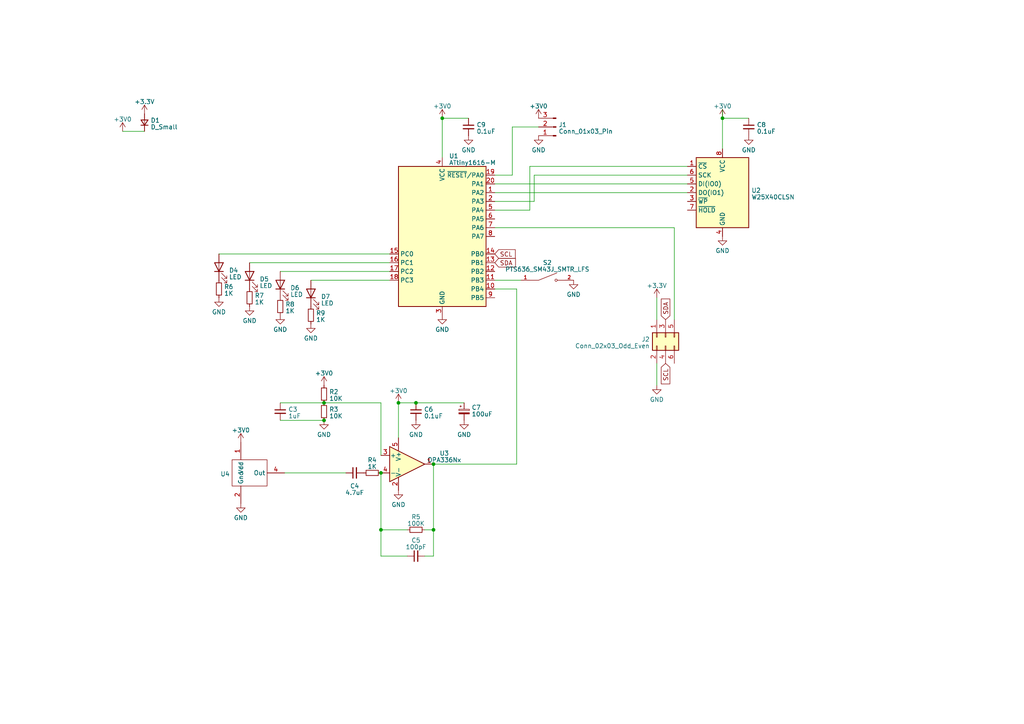
<source format=kicad_sch>
(kicad_sch (version 20230121) (generator eeschema)
  (paper "A4")
  (lib_symbols
    (symbol "Amplifier_Operational:OPA336Nx" (pin_names (offset 0.127))
      (property "Reference" "U" (at -1.27 6.35 0))
      (property "Value" "OPA336Nx" (at -1.27 3.81 0))
      (symbol "OPA336Nx_0_1"
        (polyline (pts (xy -5.08 5.08) (xy 5.08 0) (xy -5.08 -5.08) (xy -5.08 5.08)) (stroke (width 0.254)) (fill (type background)))
        (pin power_in line (at -2.54 -7.62 90) (length 3.81) (name "V-") (number "2"))
        (pin power_in line (at -2.54 7.62 270) (length 3.81) (name "V+") (number "5"))
      )
      (symbol "OPA336Nx_1_1"
        (pin output line (at 7.62 0 180) (length 2.54) (name "~") (number "1"))
        (pin input line (at -7.62 2.54 0) (length 2.54) (name "+") (number "3"))
        (pin input line (at -7.62 -2.54 0) (length 2.54) (name "-") (number "4"))
      )
    )
    (symbol "Connector:Conn_01x03_Pin" (pin_names (offset 1.016) hide)
      (property "Reference" "J" (at 0 5.08 0))
      (property "Value" "Conn_01x03_Pin" (at 0 -5.08 0))
      (symbol "Conn_01x03_Pin_1_1"
        (polyline (pts (xy 1.27 -2.54) (xy 0.8636 -2.54)) (stroke (width 0.1524)))
        (polyline (pts (xy 1.27 0) (xy 0.8636 0)) (stroke (width 0.1524)))
        (polyline (pts (xy 1.27 2.54) (xy 0.8636 2.54)) (stroke (width 0.1524)))
        (rectangle (start 0.8636 -2.413) (end 0 -2.667) (stroke (width 0.1524)) (fill (type outline)))
        (rectangle (start 0.8636 0.127) (end 0 -0.127) (stroke (width 0.1524)) (fill (type outline)))
        (rectangle (start 0.8636 2.667) (end 0 2.413) (stroke (width 0.1524)) (fill (type outline)))
        (pin passive line (at 5.08 2.54 180) (length 3.81) (name "Pin_1") (number "1"))
        (pin passive line (at 5.08 0 180) (length 3.81) (name "Pin_2") (number "2"))
        (pin passive line (at 5.08 -2.54 180) (length 3.81) (name "Pin_3") (number "3"))
      )
    )
    (symbol "Connector_Generic:Conn_02x03_Odd_Even" (pin_names (offset 1.016) hide)
      (property "Reference" "J" (at 1.27 5.08 0))
      (property "Value" "Conn_02x03_Odd_Even" (at 1.27 -5.08 0))
      (symbol "Conn_02x03_Odd_Even_1_1"
        (rectangle (start -1.27 -2.413) (end 0 -2.667) (stroke (width 0.1524)))
        (rectangle (start -1.27 0.127) (end 0 -0.127) (stroke (width 0.1524)))
        (rectangle (start -1.27 2.667) (end 0 2.413) (stroke (width 0.1524)))
        (rectangle (start -1.27 3.81) (end 3.81 -3.81) (stroke (width 0.254)) (fill (type background)))
        (rectangle (start 3.81 -2.413) (end 2.54 -2.667) (stroke (width 0.1524)))
        (rectangle (start 3.81 0.127) (end 2.54 -0.127) (stroke (width 0.1524)))
        (rectangle (start 3.81 2.667) (end 2.54 2.413) (stroke (width 0.1524)))
        (pin passive line (at -5.08 2.54 0) (length 3.81) (name "Pin_1") (number "1"))
        (pin passive line (at 7.62 2.54 180) (length 3.81) (name "Pin_2") (number "2"))
        (pin passive line (at -5.08 0 0) (length 3.81) (name "Pin_3") (number "3"))
        (pin passive line (at 7.62 0 180) (length 3.81) (name "Pin_4") (number "4"))
        (pin passive line (at -5.08 -2.54 0) (length 3.81) (name "Pin_5") (number "5"))
        (pin passive line (at 7.62 -2.54 180) (length 3.81) (name "Pin_6") (number "6"))
      )
    )
    (symbol "Device:C_Polarized_Small" (pin_numbers hide) (pin_names (offset 0.254) hide)
      (property "Reference" "C" (at 0.254 1.778 0))
      (property "Value" "C_Polarized_Small" (at 0.254 -2.032 0))
      (symbol "C_Polarized_Small_0_1"
        (rectangle (start -1.524 -0.3048) (end 1.524 -0.6858) (fill (type outline)))
        (rectangle (start -1.524 0.6858) (end 1.524 0.3048))
        (polyline (pts (xy -1.27 1.524) (xy -0.762 1.524)))
        (polyline (pts (xy -1.016 1.27) (xy -1.016 1.778)))
      )
      (symbol "C_Polarized_Small_1_1"
        (pin passive line (at 0 2.54 270) (length 1.8542) (name "~") (number "1"))
        (pin passive line (at 0 -2.54 90) (length 1.8542) (name "~") (number "2"))
      )
    )
    (symbol "Device:C_Small" (pin_numbers hide) (pin_names (offset 0.254) hide)
      (property "Reference" "C" (at 0.254 1.778 0))
      (property "Value" "C_Small" (at 0.254 -2.032 0))
      (symbol "C_Small_0_1"
        (polyline (pts (xy -1.524 -0.508) (xy 1.524 -0.508)) (stroke (width 0.3302)))
        (polyline (pts (xy -1.524 0.508) (xy 1.524 0.508)) (stroke (width 0.3048)))
      )
      (symbol "C_Small_1_1"
        (pin passive line (at 0 2.54 270) (length 2.032) (name "~") (number "1"))
        (pin passive line (at 0 -2.54 90) (length 2.032) (name "~") (number "2"))
      )
    )
    (symbol "Device:D_Small" (pin_numbers hide) (pin_names (offset 0.254) hide)
      (property "Reference" "D" (at -1.27 2.032 0))
      (property "Value" "D_Small" (at -3.81 -2.032 0))
      (symbol "D_Small_0_1"
        (polyline (pts (xy -0.762 -1.016) (xy -0.762 1.016)) (stroke (width 0.254)))
        (polyline (pts (xy -0.762 0) (xy 0.762 0)))
        (polyline (pts (xy 0.762 -1.016) (xy -0.762 0) (xy 0.762 1.016) (xy 0.762 -1.016)) (stroke (width 0.254)))
      )
      (symbol "D_Small_1_1"
        (pin passive line (at -2.54 0 0) (length 1.778) (name "K") (number "1"))
        (pin passive line (at 2.54 0 180) (length 1.778) (name "A") (number "2"))
      )
    )
    (symbol "Device:LED" (pin_numbers hide) (pin_names (offset 1.016) hide)
      (property "Reference" "D" (at 0 2.54 0))
      (property "Value" "LED" (at 0 -2.54 0))
      (symbol "LED_0_1"
        (polyline (pts (xy -1.27 -1.27) (xy -1.27 1.27)) (stroke (width 0.254)))
        (polyline (pts (xy -1.27 0) (xy 1.27 0)))
        (polyline (pts (xy 1.27 -1.27) (xy 1.27 1.27) (xy -1.27 0) (xy 1.27 -1.27)) (stroke (width 0.254)))
        (polyline (pts (xy -3.048 -0.762) (xy -4.572 -2.286) (xy -3.81 -2.286) (xy -4.572 -2.286) (xy -4.572 -1.524)))
        (polyline (pts (xy -1.778 -0.762) (xy -3.302 -2.286) (xy -2.54 -2.286) (xy -3.302 -2.286) (xy -3.302 -1.524)))
      )
      (symbol "LED_1_1"
        (pin passive line (at -3.81 0 0) (length 2.54) (name "K") (number "1"))
        (pin passive line (at 3.81 0 180) (length 2.54) (name "A") (number "2"))
      )
    )
    (symbol "Device:R_Small" (pin_numbers hide) (pin_names (offset 0.254) hide)
      (property "Reference" "R" (at 0.762 0.508 0))
      (property "Value" "R_Small" (at 0.762 -1.016 0))
      (symbol "R_Small_0_1"
        (rectangle (start -0.762 1.778) (end 0.762 -1.778) (stroke (width 0.2032)))
      )
      (symbol "R_Small_1_1"
        (pin passive line (at 0 2.54 270) (length 0.762) (name "~") (number "1"))
        (pin passive line (at 0 -2.54 90) (length 0.762) (name "~") (number "2"))
      )
    )
    (symbol "MCU_Microchip_ATtiny:ATtiny1616-M"
      (property "Reference" "U" (at -12.7 21.59 0))
      (property "Value" "ATtiny1616-M" (at 2.54 -21.59 0))
      (symbol "ATtiny1616-M_0_1"
        (rectangle (start -12.7 -20.32) (end 12.7 20.32) (stroke (width 0.254)) (fill (type background)))
      )
      (symbol "ATtiny1616-M_1_1"
        (pin bidirectional line (at 15.24 12.7 180) (length 2.54) (name "PA2") (number "1"))
        (pin bidirectional line (at 15.24 -15.24 180) (length 2.54) (name "PB4") (number "10"))
        (pin bidirectional line (at 15.24 -12.7 180) (length 2.54) (name "PB3") (number "11"))
        (pin bidirectional line (at 15.24 -10.16 180) (length 2.54) (name "PB2") (number "12"))
        (pin bidirectional line (at 15.24 -7.62 180) (length 2.54) (name "PB1") (number "13"))
        (pin bidirectional line (at 15.24 -5.08 180) (length 2.54) (name "PB0") (number "14"))
        (pin bidirectional line (at -15.24 -5.08 0) (length 2.54) (name "PC0") (number "15"))
        (pin bidirectional line (at -15.24 -7.62 0) (length 2.54) (name "PC1") (number "16"))
        (pin bidirectional line (at -15.24 -10.16 0) (length 2.54) (name "PC2") (number "17"))
        (pin bidirectional line (at -15.24 -12.7 0) (length 2.54) (name "PC3") (number "18"))
        (pin bidirectional line (at 15.24 17.78 180) (length 2.54) (name "~{RESET}/PA0") (number "19"))
        (pin bidirectional line (at 15.24 10.16 180) (length 2.54) (name "PA3") (number "2"))
        (pin bidirectional line (at 15.24 15.24 180) (length 2.54) (name "PA1") (number "20"))
        (pin passive line (at 0 -22.86 90) (length 2.54) hide (name "GND") (number "21"))
        (pin power_in line (at 0 -22.86 90) (length 2.54) (name "GND") (number "3"))
        (pin power_in line (at 0 22.86 270) (length 2.54) (name "VCC") (number "4"))
        (pin bidirectional line (at 15.24 7.62 180) (length 2.54) (name "PA4") (number "5"))
        (pin bidirectional line (at 15.24 5.08 180) (length 2.54) (name "PA5") (number "6"))
        (pin bidirectional line (at 15.24 2.54 180) (length 2.54) (name "PA6") (number "7"))
        (pin bidirectional line (at 15.24 0 180) (length 2.54) (name "PA7") (number "8"))
        (pin bidirectional line (at 15.24 -17.78 180) (length 2.54) (name "PB5") (number "9"))
      )
    )
    (symbol "Memory_Flash:W25X40CLSN"
      (property "Reference" "U" (at -7.62 10.16 0))
      (property "Value" "W25X40CLSN" (at 2.54 10.16 0))
      (symbol "W25X40CLSN_0_1"
        (rectangle (start -7.62 10.16) (end 7.62 -10.16) (stroke (width 0.254)) (fill (type background)))
      )
      (symbol "W25X40CLSN_1_1"
        (pin input line (at -10.16 7.62 0) (length 2.54) (name "~{CS}") (number "1"))
        (pin bidirectional line (at -10.16 0 0) (length 2.54) (name "DO(IO1)") (number "2"))
        (pin bidirectional line (at -10.16 -2.54 0) (length 2.54) (name "~{WP}") (number "3"))
        (pin power_in line (at 0 -12.7 90) (length 2.54) (name "GND") (number "4"))
        (pin bidirectional line (at -10.16 2.54 0) (length 2.54) (name "DI(IO0)") (number "5"))
        (pin input line (at -10.16 5.08 0) (length 2.54) (name "SCK") (number "6"))
        (pin bidirectional line (at -10.16 -5.08 0) (length 2.54) (name "~{HOLD}") (number "7"))
        (pin power_in line (at 0 12.7 270) (length 2.54) (name "VCC") (number "8"))
      )
    )
    (symbol "NSM2402AT-LL:NSM2402AT-LL"
      (property "Reference" "U" (at -6.35 0 0))
      (symbol "NSM2402AT-LL_0_1"
        (rectangle (start -5.08 3.81) (end 5.08 -3.81))
      )
      (symbol "NSM2402AT-LL_1_1"
        (pin power_in line (at -2.54 8.89 270) (length 5.08) (name "Vdd") (number "1"))
        (pin power_in line (at -2.54 -8.89 90) (length 5.08) (name "Gnd") (number "2"))
        (pin power_in line (at -2.54 -8.89 90) (length 5.08) hide (name "Gnd") (number "3"))
        (pin output line (at 10.16 0 180) (length 5.08) (name "Out") (number "4"))
      )
    )
    (symbol "TS-1101-C-W:PTS636_SM43J_SMTR_LFS" (pin_names (offset 1.016) hide)
      (property "Reference" "S" (at -2.54 2.54 0))
      (property "Value" "PTS636_SM43J_SMTR_LFS" (at -2.54 -2.54 0))
      (symbol "PTS636_SM43J_SMTR_LFS_0_0"
        (polyline (pts (xy -2.54 0) (xy -5.08 0)) (stroke (width 0.1524)))
        (polyline (pts (xy -2.54 0) (xy 2.794 2.1336)) (stroke (width 0.1524)))
        (polyline (pts (xy 5.08 0) (xy 2.921 0)) (stroke (width 0.1524)))
        (circle (center 2.54 0) (radius 0.3302) (stroke (width 0.1524)))
        (pin passive line (at -7.62 0 0) (length 2.54) (name "~") (number "1"))
        (pin passive line (at 7.62 0 180) (length 2.54) (name "~") (number "2"))
      )
    )
    (symbol "power:+3.3V" (power) (pin_names (offset 0))
      (property "Value" "+3.3V" (at 0 3.556 0))
      (symbol "+3.3V_0_1"
        (polyline (pts (xy -0.762 1.27) (xy 0 2.54)))
        (polyline (pts (xy 0 0) (xy 0 2.54)))
        (polyline (pts (xy 0 2.54) (xy 0.762 1.27)))
      )
      (symbol "+3.3V_1_1"
        (pin power_in line (at 0 0 90) (length 0) hide (name "+3.3V") (number "1"))
      )
    )
    (symbol "power:+3V0" (power) (pin_names (offset 0))
      (property "Value" "+3V0" (at 0 3.556 0))
      (symbol "+3V0_0_1"
        (polyline (pts (xy -0.762 1.27) (xy 0 2.54)))
        (polyline (pts (xy 0 0) (xy 0 2.54)))
        (polyline (pts (xy 0 2.54) (xy 0.762 1.27)))
      )
      (symbol "+3V0_1_1"
        (pin power_in line (at 0 0 90) (length 0) hide (name "+3V0") (number "1"))
      )
    )
    (symbol "power:GND" (power) (pin_names (offset 0))
      (property "Value" "GND" (at 0 -3.81 0))
      (symbol "GND_0_1"
        (polyline (pts (xy 0 0) (xy 0 -1.27) (xy 1.27 -1.27) (xy 0 -2.54) (xy -1.27 -1.27) (xy 0 -1.27)))
      )
      (symbol "GND_1_1"
        (pin power_in line (at 0 0 270) (length 0) hide (name "GND") (number "1"))
      )
    )
  )
  (junction (at 120.65 116.84))
  (junction (at 110.49 137.16))
  (junction (at 110.49 153.67))
  (junction (at 209.55 34.29))
  (junction (at 93.98 116.84))
  (junction (at 115.57 116.84))
  (junction (at 128.27 34.29))
  (junction (at 125.73 153.67))
  (junction (at 125.73 134.62))
  (junction (at 93.98 121.92))
  (wire (pts (xy 128.27 34.29) (xy 135.89 34.29)))
  (wire (pts (xy 148.59 50.8) (xy 148.59 36.83)))
  (wire (pts (xy 81.28 121.92) (xy 93.98 121.92)))
  (wire (pts (xy 125.73 153.67) (xy 123.19 153.67)))
  (wire (pts (xy 110.49 116.84) (xy 110.49 132.08)))
  (wire (pts (xy 115.57 116.84) (xy 115.57 127)))
  (wire (pts (xy 143.51 60.96) (xy 153.67 60.96)))
  (wire (pts (xy 35.56 38.1) (xy 41.91 38.1)))
  (wire (pts (xy 154.94 58.42) (xy 154.94 50.8)))
  (wire (pts (xy 93.98 116.84) (xy 110.49 116.84)))
  (wire (pts (xy 143.51 81.28) (xy 151.13 81.28)))
  (wire (pts (xy 153.67 48.26) (xy 199.39 48.26)))
  (wire (pts (xy 81.28 78.74) (xy 113.03 78.74)))
  (wire (pts (xy 123.19 161.29) (xy 125.73 161.29)))
  (wire (pts (xy 115.57 116.84) (xy 120.65 116.84)))
  (wire (pts (xy 125.73 134.62) (xy 149.86 134.62)))
  (wire (pts (xy 110.49 161.29) (xy 110.49 153.67)))
  (wire (pts (xy 82.55 137.16) (xy 100.33 137.16)))
  (wire (pts (xy 125.73 134.62) (xy 125.73 153.67)))
  (wire (pts (xy 128.27 34.29) (xy 128.27 45.72)))
  (wire (pts (xy 154.94 50.8) (xy 199.39 50.8)))
  (wire (pts (xy 143.51 58.42) (xy 154.94 58.42)))
  (wire (pts (xy 195.58 66.04) (xy 195.58 92.71)))
  (wire (pts (xy 120.65 116.84) (xy 134.62 116.84)))
  (wire (pts (xy 148.59 36.83) (xy 156.21 36.83)))
  (wire (pts (xy 63.5 73.66) (xy 113.03 73.66)))
  (wire (pts (xy 72.39 76.2) (xy 113.03 76.2)))
  (wire (pts (xy 81.28 116.84) (xy 93.98 116.84)))
  (wire (pts (xy 209.55 34.29) (xy 209.55 43.18)))
  (wire (pts (xy 209.55 34.29) (xy 217.17 34.29)))
  (wire (pts (xy 110.49 137.16) (xy 110.49 153.67)))
  (wire (pts (xy 153.67 60.96) (xy 153.67 48.26)))
  (wire (pts (xy 90.17 81.28) (xy 113.03 81.28)))
  (wire (pts (xy 143.51 83.82) (xy 149.86 83.82)))
  (wire (pts (xy 125.73 161.29) (xy 125.73 153.67)))
  (wire (pts (xy 190.5 105.41) (xy 190.5 111.76)))
  (wire (pts (xy 209.55 31.75) (xy 209.55 34.29)))
  (wire (pts (xy 149.86 83.82) (xy 149.86 134.62)))
  (wire (pts (xy 190.5 86.36) (xy 190.5 92.71)))
  (wire (pts (xy 143.51 66.04) (xy 195.58 66.04)))
  (wire (pts (xy 143.51 53.34) (xy 199.39 53.34)))
  (wire (pts (xy 110.49 153.67) (xy 118.11 153.67)))
  (wire (pts (xy 143.51 55.88) (xy 199.39 55.88)))
  (wire (pts (xy 118.11 161.29) (xy 110.49 161.29)))
  (wire (pts (xy 143.51 50.8) (xy 148.59 50.8)))
  (global_label "SCL" (shape input) (at 193.04 105.41 270) (property "Intersheetrefs" "${INTERSHEET_REFS}" (effects hide)))
  (global_label "SDA" (shape input) (at 193.04 92.71 90) (property "Intersheetrefs" "${INTERSHEET_REFS}" (effects hide)))
  (global_label "SCL" (shape input) (at 143.51 73.66 0) (property "Intersheetrefs" "${INTERSHEET_REFS}" (effects hide)))
  (global_label "SDA" (shape input) (at 143.51 76.2 0) (property "Intersheetrefs" "${INTERSHEET_REFS}" (effects hide)))
  (symbol (lib_id "power:GND") (at 166.37 81.28 0) (unit 1)
    (property "Reference" "#PWR023" (effects hide))
    (property "Value" "GND" (at 166.37 85.4155 0))
  )
  (symbol (lib_id "Connector:Conn_01x03_Pin") (at 161.29 36.83 180) (unit 1)
    (property "Reference" "J1" (at 162.0012 36.1863 0) (effects (justify right)))
    (property "Value" "Conn_01x03_Pin" (at 162.0012 38.1073 0) (effects (justify right)))
    (property "Footprint" "Jumper:SolderJumper-3_P1.3mm_Open_RoundedPad1.0x1.5mm" (effects hide))
  )
  (symbol (lib_id "Device:R_Small") (at 81.28 88.9 0) (unit 1)
    (property "Reference" "R8" (at 82.7786 88.2563 0) (effects (justify left)))
    (property "Value" "1K" (at 82.7786 90.1773 0) (effects (justify left)))
    (property "Footprint" "Resistor_SMD:R_0603_1608Metric" (effects hide))
  )
  (symbol (lib_id "power:GND") (at 156.21 39.37 0) (unit 1)
    (property "Reference" "#PWR017" (effects hide))
    (property "Value" "GND" (at 156.21 43.5055 0))
  )
  (symbol (lib_id "power:GND") (at 90.17 93.98 0) (unit 1)
    (property "Reference" "#PWR028" (effects hide))
    (property "Value" "GND" (at 90.17 98.1155 0))
  )
  (symbol (lib_id "TS-1101-C-W:PTS636_SM43J_SMTR_LFS") (at 158.75 81.28 0) (unit 1)
    (property "Reference" "S2" (at 158.75 76.1873 0))
    (property "Value" "PTS636_SM43J_SMTR_LFS" (at 158.75 78.1083 0))
    (property "Footprint" "TS-1101-C-W:SW_PTS636_SM43J_SMTR_LFS" (effects hide))
    (property "MAXIMUM_PACKAGE_HEIGHT" "4.3 mm" (effects hide))
    (property "STANDARD" "Manufacturer Recommendations" (effects hide))
    (property "PARTREV" "27 mar 19" (effects hide))
    (property "MANUFACTURER" "C&K" (effects hide))
  )
  (symbol (lib_id "power:GND") (at 217.17 39.37 0) (unit 1)
    (property "Reference" "#PWR015" (effects hide))
    (property "Value" "GND" (at 217.17 43.5055 0))
  )
  (symbol (lib_id "Device:C_Small") (at 120.65 119.38 0) (unit 1)
    (property "Reference" "C6" (at 122.9741 118.7426 0) (effects (justify left)))
    (property "Value" "0.1uF" (at 122.9741 120.6636 0) (effects (justify left)))
    (property "Footprint" "Capacitor_SMD:C_0603_1608Metric" (effects hide))
  )
  (symbol (lib_id "power:+3.3V") (at 190.5 86.36 0) (unit 1)
    (property "Reference" "#PWR020" (effects hide))
    (property "Value" "+3.3V" (at 190.5 82.8581 0))
  )
  (symbol (lib_id "Device:LED") (at 63.5 77.47 90) (unit 1)
    (property "Reference" "D4" (at 66.421 78.4138 90) (effects (justify right)))
    (property "Value" "LED" (at 66.421 80.3348 90) (effects (justify right)))
    (property "Footprint" "LED_SMD:LED_0603_1608Metric" (effects hide))
  )
  (symbol (lib_id "power:GND") (at 93.98 121.92 0) (unit 1)
    (property "Reference" "#PWR06" (effects hide))
    (property "Value" "GND" (at 93.98 126.0555 0))
  )
  (symbol (lib_id "power:+3V0") (at 35.56 38.1 0) (unit 1)
    (property "Reference" "#PWR012" (effects hide))
    (property "Value" "+3V0" (at 35.56 34.5981 0))
  )
  (symbol (lib_id "power:GND") (at 134.62 121.92 0) (unit 1)
    (property "Reference" "#PWR09" (effects hide))
    (property "Value" "GND" (at 134.62 126.0555 0))
  )
  (symbol (lib_id "power:+3V0") (at 209.55 34.29 0) (unit 1)
    (property "Reference" "#PWR014" (effects hide))
    (property "Value" "+3V0" (at 209.55 30.7881 0))
  )
  (symbol (lib_id "NSM2402AT-LL:NSM2402AT-LL") (at 72.39 137.16 0) (unit 1)
    (property "Reference" "U4" (at 66.675 137.4768 0) (effects (justify right)))
    (property "Value" "~" (at 69.85 135.89 0))
    (property "Footprint" "NSM2402AT-LL:NSM2402AT" (effects hide))
  )
  (symbol (lib_id "Device:R_Small") (at 93.98 114.3 0) (unit 1)
    (property "Reference" "R2" (at 95.4786 113.6563 0) (effects (justify left)))
    (property "Value" "10K" (at 95.4786 115.5773 0) (effects (justify left)))
    (property "Footprint" "Resistor_SMD:R_0603_1608Metric" (effects hide))
  )
  (symbol (lib_id "power:GND") (at 209.55 68.58 0) (unit 1)
    (property "Reference" "#PWR019" (effects hide))
    (property "Value" "GND" (at 209.55 72.7155 0))
  )
  (symbol (lib_id "power:GND") (at 135.89 39.37 0) (unit 1)
    (property "Reference" "#PWR016" (effects hide))
    (property "Value" "GND" (at 135.89 43.5055 0))
  )
  (symbol (lib_id "Device:LED") (at 90.17 85.09 90) (unit 1)
    (property "Reference" "D7" (at 93.091 86.0338 90) (effects (justify right)))
    (property "Value" "LED" (at 93.091 87.9548 90) (effects (justify right)))
    (property "Footprint" "LED_SMD:LED_0603_1608Metric" (effects hide))
  )
  (symbol (lib_id "Device:R_Small") (at 93.98 119.38 0) (unit 1)
    (property "Reference" "R3" (at 95.4786 118.7363 0) (effects (justify left)))
    (property "Value" "10K" (at 95.4786 120.6573 0) (effects (justify left)))
    (property "Footprint" "Resistor_SMD:R_0603_1608Metric" (effects hide))
  )
  (symbol (lib_id "power:GND") (at 72.39 88.9 0) (unit 1)
    (property "Reference" "#PWR026" (effects hide))
    (property "Value" "GND" (at 72.39 93.0355 0))
  )
  (symbol (lib_id "Device:LED") (at 81.28 82.55 90) (unit 1)
    (property "Reference" "D6" (at 84.201 83.4938 90) (effects (justify right)))
    (property "Value" "LED" (at 84.201 85.4148 90) (effects (justify right)))
    (property "Footprint" "LED_SMD:LED_0603_1608Metric" (effects hide))
  )
  (symbol (lib_id "Device:C_Polarized_Small") (at 134.62 119.38 0) (unit 1)
    (property "Reference" "C7" (at 136.779 118.1902 0) (effects (justify left)))
    (property "Value" "100uF" (at 136.779 120.1112 0) (effects (justify left)))
    (property "Footprint" "Capacitor_Tantalum_SMD:CP_EIA-3528-12_Kemet-T" (effects hide))
  )
  (symbol (lib_id "Device:R_Small") (at 72.39 86.36 0) (unit 1)
    (property "Reference" "R7" (at 73.8886 85.7163 0) (effects (justify left)))
    (property "Value" "1K" (at 73.8886 87.6373 0) (effects (justify left)))
    (property "Footprint" "Resistor_SMD:R_0603_1608Metric" (effects hide))
  )
  (symbol (lib_id "Device:C_Small") (at 135.89 36.83 0) (unit 1)
    (property "Reference" "C9" (at 138.2141 36.1926 0) (effects (justify left)))
    (property "Value" "0.1uF" (at 138.2141 38.1136 0) (effects (justify left)))
    (property "Footprint" "Capacitor_SMD:C_0603_1608Metric" (effects hide))
  )
  (symbol (lib_id "power:GND") (at 81.28 91.44 0) (unit 1)
    (property "Reference" "#PWR027" (effects hide))
    (property "Value" "GND" (at 81.28 95.5755 0))
  )
  (symbol (lib_id "Device:R_Small") (at 107.95 137.16 90) (unit 1)
    (property "Reference" "R4" (at 107.95 133.4135 90))
    (property "Value" "1K" (at 107.95 135.3345 90))
    (property "Footprint" "Resistor_SMD:R_0603_1608Metric" (effects hide))
  )
  (symbol (lib_id "Connector_Generic:Conn_02x03_Odd_Even") (at 193.04 97.79 90) (mirror x) (unit 1)
    (property "Reference" "J2" (at 188.468 98.4163 90) (effects (justify left)))
    (property "Value" "Conn_02x03_Odd_Even" (at 188.468 100.3373 90) (effects (justify left)))
    (property "Footprint" "Connector_PinHeader_2.54mm:PinHeader_2x03_P2.54mm_Vertical" (effects hide))
  )
  (symbol (lib_id "power:GND") (at 115.57 142.24 0) (unit 1)
    (property "Reference" "#PWR03" (effects hide))
    (property "Value" "GND" (at 115.57 146.3755 0))
  )
  (symbol (lib_id "power:GND") (at 128.27 91.44 0) (unit 1)
    (property "Reference" "#PWR021" (effects hide))
    (property "Value" "GND" (at 128.27 95.5755 0))
  )
  (symbol (lib_id "power:+3V0") (at 93.98 111.76 0) (unit 1)
    (property "Reference" "#PWR07" (effects hide))
    (property "Value" "+3V0" (at 93.98 108.2581 0))
  )
  (symbol (lib_id "Device:R_Small") (at 120.65 153.67 90) (unit 1)
    (property "Reference" "R5" (at 120.65 149.9235 90))
    (property "Value" "100K" (at 120.65 151.8445 90))
    (property "Footprint" "Resistor_SMD:R_0603_1608Metric" (effects hide))
  )
  (symbol (lib_id "Device:LED") (at 72.39 80.01 90) (unit 1)
    (property "Reference" "D5" (at 75.311 80.9538 90) (effects (justify right)))
    (property "Value" "LED" (at 75.311 82.8748 90) (effects (justify right)))
    (property "Footprint" "LED_SMD:LED_0603_1608Metric" (effects hide))
  )
  (symbol (lib_id "Device:R_Small") (at 63.5 83.82 0) (unit 1)
    (property "Reference" "R6" (at 64.9986 83.1763 0) (effects (justify left)))
    (property "Value" "1K" (at 64.9986 85.0973 0) (effects (justify left)))
    (property "Footprint" "Resistor_SMD:R_0603_1608Metric" (effects hide))
  )
  (symbol (lib_id "power:+3V0") (at 156.21 34.29 0) (unit 1)
    (property "Reference" "#PWR018" (effects hide))
    (property "Value" "+3V0" (at 156.21 30.7881 0))
  )
  (symbol (lib_id "Amplifier_Operational:OPA336Nx") (at 118.11 134.62 0) (unit 1)
    (property "Reference" "U3" (at 128.8616 131.4831 0))
    (property "Value" "OPA336Nx" (at 128.8616 133.4041 0))
    (property "Footprint" "Package_TO_SOT_SMD:SOT-23-5" (effects hide))
    (property "Datasheet" "https://www.ti.com/lit/ds/symlink/opa2336.pdf" (effects hide))
  )
  (symbol (lib_id "Device:C_Small") (at 217.17 36.83 0) (unit 1)
    (property "Reference" "C8" (at 219.4941 36.1926 0) (effects (justify left)))
    (property "Value" "0.1uF" (at 219.4941 38.1136 0) (effects (justify left)))
    (property "Footprint" "Capacitor_SMD:C_0603_1608Metric" (effects hide))
  )
  (symbol (lib_id "power:+3V0") (at 69.85 128.27 0) (unit 1)
    (property "Reference" "#PWR011" (effects hide))
    (property "Value" "+3V0" (at 69.85 124.7681 0))
  )
  (symbol (lib_id "Device:R_Small") (at 90.17 91.44 0) (unit 1)
    (property "Reference" "R9" (at 91.6686 90.7963 0) (effects (justify left)))
    (property "Value" "1K" (at 91.6686 92.7173 0) (effects (justify left)))
    (property "Footprint" "Resistor_SMD:R_0603_1608Metric" (effects hide))
  )
  (symbol (lib_id "power:+3.3V") (at 41.91 33.02 0) (unit 1)
    (property "Reference" "#PWR01" (effects hide))
    (property "Value" "+3.3V" (at 41.91 29.5181 0))
  )
  (symbol (lib_id "power:GND") (at 120.65 121.92 0) (unit 1)
    (property "Reference" "#PWR08" (effects hide))
    (property "Value" "GND" (at 120.65 126.0555 0))
  )
  (symbol (lib_id "power:GND") (at 190.5 111.76 0) (unit 1)
    (property "Reference" "#PWR022" (effects hide))
    (property "Value" "GND" (at 190.5 115.8955 0))
  )
  (symbol (lib_id "power:GND") (at 63.5 86.36 0) (unit 1)
    (property "Reference" "#PWR025" (effects hide))
    (property "Value" "GND" (at 63.5 90.4955 0))
  )
  (symbol (lib_id "Device:C_Small") (at 120.65 161.29 90) (unit 1)
    (property "Reference" "C5" (at 120.6563 156.718 90))
    (property "Value" "100pF" (at 120.6563 158.639 90))
    (property "Footprint" "Capacitor_SMD:C_0603_1608Metric" (effects hide))
  )
  (symbol (lib_id "Device:D_Small") (at 41.91 35.56 90) (unit 1)
    (property "Reference" "D1" (at 43.688 34.9163 90) (effects (justify right)))
    (property "Value" "D_Small" (at 43.688 36.8373 90) (effects (justify right)))
    (property "Footprint" "Diode_SMD:D_0603_1608Metric" (effects hide))
    (property "Sim.Device" "D" (effects hide))
    (property "Sim.Pins" "1=K 2=A" (effects hide))
  )
  (symbol (lib_id "power:+3V0") (at 115.57 116.84 0) (unit 1)
    (property "Reference" "#PWR05" (effects hide))
    (property "Value" "+3V0" (at 115.57 113.3381 0))
  )
  (symbol (lib_id "Device:C_Small") (at 102.87 137.16 90) (unit 1)
    (property "Reference" "C4" (at 102.87 140.97 90))
    (property "Value" "4.7uF" (at 102.87 142.891 90))
    (property "Footprint" "Capacitor_SMD:C_0603_1608Metric" (effects hide))
  )
  (symbol (lib_id "power:+3V0") (at 128.27 34.29 0) (unit 1)
    (property "Reference" "#PWR013" (effects hide))
    (property "Value" "+3V0" (at 128.27 30.7881 0))
  )
  (symbol (lib_id "MCU_Microchip_ATtiny:ATtiny1616-M") (at 128.27 68.58 0) (unit 1)
    (property "Reference" "U1" (at 130.2259 45.2501 0) (effects (justify left)))
    (property "Value" "ATtiny1616-M" (at 130.2259 47.1711 0) (effects (justify left)))
    (property "Footprint" "Package_DFN_QFN:VQFN-20-1EP_3x3mm_P0.4mm_EP1.7x1.7mm" (effects hide))
    (property "Datasheet" "http://ww1.microchip.com/downloads/en/DeviceDoc/ATtiny3216_ATtiny1616-data-sheet-40001997B.pdf" (effects hide))
  )
  (symbol (lib_id "Device:C_Small") (at 81.28 119.38 0) (unit 1)
    (property "Reference" "C3" (at 83.6041 118.7426 0) (effects (justify left)))
    (property "Value" "1uF" (at 83.6041 120.6636 0) (effects (justify left)))
    (property "Footprint" "Capacitor_SMD:C_0603_1608Metric" (effects hide))
  )
  (symbol (lib_id "power:GND") (at 69.85 146.05 0) (unit 1)
    (property "Reference" "#PWR010" (effects hide))
    (property "Value" "GND" (at 69.85 150.1855 0))
  )
  (symbol (lib_id "Memory_Flash:W25X40CLSN") (at 209.55 55.88 0) (unit 1)
    (property "Reference" "U2" (at 217.932 55.2363 0) (effects (justify left)))
    (property "Value" "W25X40CLSN" (at 217.932 57.1573 0) (effects (justify left)))
    (property "Footprint" "Package_SO:SOIC-8_3.9x4.9mm_P1.27mm" (effects hide))
    (property "Datasheet" "https://www.winbond.com/resource-files/W25X40CL_G%2020210505.pdf" (effects hide))
  )
)
</source>
